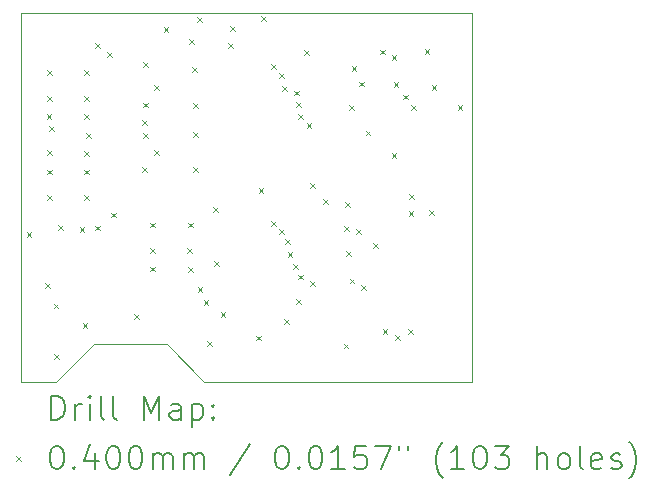
<source format=gbr>
%TF.GenerationSoftware,KiCad,Pcbnew,7.0.8*%
%TF.CreationDate,2024-06-23T14:42:56-04:00*%
%TF.ProjectId,rugby64,72756762-7936-4342-9e6b-696361645f70,rev?*%
%TF.SameCoordinates,Original*%
%TF.FileFunction,Drillmap*%
%TF.FilePolarity,Positive*%
%FSLAX45Y45*%
G04 Gerber Fmt 4.5, Leading zero omitted, Abs format (unit mm)*
G04 Created by KiCad (PCBNEW 7.0.8) date 2024-06-23 14:42:56*
%MOMM*%
%LPD*%
G01*
G04 APERTURE LIST*
%ADD10C,0.100000*%
%ADD11C,0.200000*%
%ADD12C,0.040000*%
G04 APERTURE END LIST*
D10*
X5226745Y-5478780D02*
X5226745Y-2350370D01*
X2029460Y-5158740D02*
X2644140Y-5158740D01*
X1709420Y-5478780D02*
X2029390Y-5158810D01*
X1411665Y-5479650D02*
X1699260Y-5479650D01*
X5226745Y-2350370D02*
X1411665Y-2350370D01*
X1411665Y-2350370D02*
X1411665Y-5479650D01*
X2644140Y-5158740D02*
X2963698Y-5478298D01*
X1709420Y-5478780D02*
X1699260Y-5478780D01*
X2963698Y-5478298D02*
X5226263Y-5478298D01*
D11*
D12*
X1457705Y-4209970D02*
X1497705Y-4249970D01*
X1497705Y-4209970D02*
X1457705Y-4249970D01*
X1612645Y-4644310D02*
X1652645Y-4684310D01*
X1652645Y-4644310D02*
X1612645Y-4684310D01*
X1628910Y-3211910D02*
X1668910Y-3251910D01*
X1668910Y-3211910D02*
X1628910Y-3251910D01*
X1629060Y-2838570D02*
X1669060Y-2878570D01*
X1669060Y-2838570D02*
X1629060Y-2878570D01*
X1629060Y-3056747D02*
X1669060Y-3096747D01*
X1669060Y-3056747D02*
X1629060Y-3096747D01*
X1630160Y-3897108D02*
X1670160Y-3937108D01*
X1670160Y-3897108D02*
X1630160Y-3937108D01*
X1630500Y-3517855D02*
X1670500Y-3557855D01*
X1670500Y-3517855D02*
X1630500Y-3557855D01*
X1630500Y-3679365D02*
X1670500Y-3719365D01*
X1670500Y-3679365D02*
X1630500Y-3719365D01*
X1648975Y-3309825D02*
X1688975Y-3349825D01*
X1688975Y-3309825D02*
X1648975Y-3349825D01*
X1686305Y-4814490D02*
X1726305Y-4854490D01*
X1726305Y-4814490D02*
X1686305Y-4854490D01*
X1688845Y-5241210D02*
X1728845Y-5281210D01*
X1728845Y-5241210D02*
X1688845Y-5281210D01*
X1724405Y-4151549D02*
X1764405Y-4191549D01*
X1764405Y-4151549D02*
X1724405Y-4191549D01*
X1907285Y-4164249D02*
X1947285Y-4204250D01*
X1947285Y-4164249D02*
X1907285Y-4204250D01*
X1932685Y-4977050D02*
X1972685Y-5017050D01*
X1972685Y-4977050D02*
X1932685Y-5017050D01*
X1945120Y-2840878D02*
X1985120Y-2880878D01*
X1985120Y-2840878D02*
X1945120Y-2880878D01*
X1945120Y-3056410D02*
X1985120Y-3096410D01*
X1985120Y-3056410D02*
X1945120Y-3096410D01*
X1945120Y-3213158D02*
X1985120Y-3253158D01*
X1985120Y-3213158D02*
X1945120Y-3253158D01*
X1945460Y-3522101D02*
X1985460Y-3562101D01*
X1985460Y-3522101D02*
X1945460Y-3562101D01*
X1945460Y-3680570D02*
X1985460Y-3720570D01*
X1985460Y-3680570D02*
X1945460Y-3720570D01*
X1945460Y-3898604D02*
X1985460Y-3938604D01*
X1985460Y-3898604D02*
X1945460Y-3938604D01*
X1960425Y-3371970D02*
X2000425Y-3411970D01*
X2000425Y-3371970D02*
X1960425Y-3411970D01*
X2039365Y-2609770D02*
X2079365Y-2649770D01*
X2079365Y-2609770D02*
X2039365Y-2649770D01*
X2039365Y-4154089D02*
X2079365Y-4194089D01*
X2079365Y-4154089D02*
X2039365Y-4194089D01*
X2140965Y-2685970D02*
X2180965Y-2725970D01*
X2180965Y-2685970D02*
X2140965Y-2725970D01*
X2171445Y-4044869D02*
X2211445Y-4084869D01*
X2211445Y-4044869D02*
X2171445Y-4084869D01*
X2370140Y-4905060D02*
X2410140Y-4945060D01*
X2410140Y-4905060D02*
X2370140Y-4945060D01*
X2435605Y-3262549D02*
X2475605Y-3302549D01*
X2475605Y-3262549D02*
X2435605Y-3302549D01*
X2438145Y-3661329D02*
X2478145Y-3701329D01*
X2478145Y-3661329D02*
X2438145Y-3701329D01*
X2443225Y-3112689D02*
X2483225Y-3152689D01*
X2483225Y-3112689D02*
X2443225Y-3152689D01*
X2445765Y-2772330D02*
X2485765Y-2812329D01*
X2485765Y-2772330D02*
X2445765Y-2812329D01*
X2445765Y-3369229D02*
X2485765Y-3409229D01*
X2485765Y-3369229D02*
X2445765Y-3409229D01*
X2504185Y-4502070D02*
X2544185Y-4542070D01*
X2544185Y-4502070D02*
X2504185Y-4542070D01*
X2505700Y-4347130D02*
X2545700Y-4387130D01*
X2545700Y-4347130D02*
X2505700Y-4387130D01*
X2506800Y-4129580D02*
X2546800Y-4169580D01*
X2546800Y-4129580D02*
X2506800Y-4169580D01*
X2539000Y-2963670D02*
X2579000Y-3003670D01*
X2579000Y-2963670D02*
X2539000Y-3003670D01*
X2539000Y-3514850D02*
X2579000Y-3554850D01*
X2579000Y-3514850D02*
X2539000Y-3554850D01*
X2619060Y-2471740D02*
X2659060Y-2511740D01*
X2659060Y-2471740D02*
X2619060Y-2511740D01*
X2819145Y-4347130D02*
X2859145Y-4387130D01*
X2859145Y-4347130D02*
X2819145Y-4387130D01*
X2823200Y-4129228D02*
X2863200Y-4169228D01*
X2863200Y-4129228D02*
X2823200Y-4169228D01*
X2824225Y-4504610D02*
X2864225Y-4544610D01*
X2864225Y-4504610D02*
X2824225Y-4544610D01*
X2834385Y-2576750D02*
X2874385Y-2616750D01*
X2874385Y-2576750D02*
X2834385Y-2616750D01*
X2859785Y-2815509D02*
X2899785Y-2855509D01*
X2899785Y-2815509D02*
X2859785Y-2855509D01*
X2867405Y-3115229D02*
X2907405Y-3155229D01*
X2907405Y-3115229D02*
X2867405Y-3155229D01*
X2867405Y-3364149D02*
X2907405Y-3404149D01*
X2907405Y-3364149D02*
X2867405Y-3404149D01*
X2869945Y-3661329D02*
X2909945Y-3701329D01*
X2909945Y-3661329D02*
X2869945Y-3701329D01*
X2900425Y-2388500D02*
X2940425Y-2428500D01*
X2940425Y-2388500D02*
X2900425Y-2428500D01*
X2905505Y-4672250D02*
X2945505Y-4712250D01*
X2945505Y-4672250D02*
X2905505Y-4712250D01*
X2956170Y-4784850D02*
X2996170Y-4824850D01*
X2996170Y-4784850D02*
X2956170Y-4824850D01*
X2989325Y-5131990D02*
X3029325Y-5171990D01*
X3029325Y-5131990D02*
X2989325Y-5171990D01*
X3040125Y-3999149D02*
X3080125Y-4039149D01*
X3080125Y-3999149D02*
X3040125Y-4039149D01*
X3045205Y-4457000D02*
X3085205Y-4497000D01*
X3085205Y-4457000D02*
X3045205Y-4497000D01*
X3101660Y-4884740D02*
X3141660Y-4924740D01*
X3141660Y-4884740D02*
X3101660Y-4924740D01*
X3162045Y-2612310D02*
X3202045Y-2652310D01*
X3202045Y-2612310D02*
X3162045Y-2652310D01*
X3182230Y-2468370D02*
X3222230Y-2508370D01*
X3222230Y-2468370D02*
X3182230Y-2508370D01*
X3403345Y-5086270D02*
X3443345Y-5126270D01*
X3443345Y-5086270D02*
X3403345Y-5126270D01*
X3422335Y-3836589D02*
X3462335Y-3876589D01*
X3462335Y-3836589D02*
X3422335Y-3876589D01*
X3446525Y-2381170D02*
X3486525Y-2421170D01*
X3486525Y-2381170D02*
X3446525Y-2421170D01*
X3526230Y-4114930D02*
X3566230Y-4154930D01*
X3566230Y-4114930D02*
X3526230Y-4154930D01*
X3526808Y-2790264D02*
X3566808Y-2830264D01*
X3566808Y-2790264D02*
X3526808Y-2830264D01*
X3597143Y-4185366D02*
X3637143Y-4225366D01*
X3637143Y-4185366D02*
X3597143Y-4225366D01*
X3597721Y-2860700D02*
X3637721Y-2900700D01*
X3637721Y-2860700D02*
X3597721Y-2900700D01*
X3623910Y-2975674D02*
X3663910Y-3015674D01*
X3663910Y-2975674D02*
X3623910Y-3015674D01*
X3639565Y-4949110D02*
X3679565Y-4989110D01*
X3679565Y-4949110D02*
X3639565Y-4989110D01*
X3647768Y-4271548D02*
X3687768Y-4311548D01*
X3687768Y-4271548D02*
X3647768Y-4311548D01*
X3668360Y-4379294D02*
X3708360Y-4419294D01*
X3708360Y-4379294D02*
X3668360Y-4419294D01*
X3713360Y-4478820D02*
X3753360Y-4518820D01*
X3753360Y-4478820D02*
X3713360Y-4518820D01*
X3722073Y-3011749D02*
X3762073Y-3051749D01*
X3762073Y-3011749D02*
X3722073Y-3051749D01*
X3738653Y-3110315D02*
X3778653Y-3150315D01*
X3778653Y-3110315D02*
X3738653Y-3150315D01*
X3741190Y-4778610D02*
X3781190Y-4818610D01*
X3781190Y-4778610D02*
X3741190Y-4818610D01*
X3758360Y-4570118D02*
X3798360Y-4610118D01*
X3798360Y-4570118D02*
X3758360Y-4610118D01*
X3758938Y-3211685D02*
X3798938Y-3251685D01*
X3798938Y-3211685D02*
X3758938Y-3251685D01*
X3807205Y-2668190D02*
X3847205Y-2708190D01*
X3847205Y-2668190D02*
X3807205Y-2708190D01*
X3828936Y-3289360D02*
X3868936Y-3329360D01*
X3868936Y-3289360D02*
X3828936Y-3329360D01*
X3858580Y-3797620D02*
X3898580Y-3837620D01*
X3898580Y-3797620D02*
X3858580Y-3837620D01*
X3859838Y-4627363D02*
X3899838Y-4667363D01*
X3899838Y-4627363D02*
X3859838Y-4667363D01*
X3971250Y-3929199D02*
X4011250Y-3969199D01*
X4011250Y-3929199D02*
X3971250Y-3969199D01*
X4143060Y-5153980D02*
X4183060Y-5193980D01*
X4183060Y-5153980D02*
X4143060Y-5193980D01*
X4147778Y-4160645D02*
X4187778Y-4200645D01*
X4187778Y-4160645D02*
X4147778Y-4200645D01*
X4153220Y-3957428D02*
X4193220Y-3997428D01*
X4193220Y-3957428D02*
X4153220Y-3997428D01*
X4165345Y-4372411D02*
X4205345Y-4412411D01*
X4205345Y-4372411D02*
X4165345Y-4412411D01*
X4190190Y-3132140D02*
X4230190Y-3172140D01*
X4230190Y-3132140D02*
X4190190Y-3172140D01*
X4193285Y-4603670D02*
X4233285Y-4643670D01*
X4233285Y-4603670D02*
X4193285Y-4643670D01*
X4209100Y-2807020D02*
X4249100Y-2847020D01*
X4249100Y-2807020D02*
X4209100Y-2847020D01*
X4248035Y-4183909D02*
X4288035Y-4223910D01*
X4288035Y-4183909D02*
X4248035Y-4223910D01*
X4274491Y-2935504D02*
X4314491Y-2975504D01*
X4314491Y-2935504D02*
X4274491Y-2975504D01*
X4291110Y-4655775D02*
X4331110Y-4695775D01*
X4331110Y-4655775D02*
X4291110Y-4695775D01*
X4329690Y-3350580D02*
X4369690Y-3390580D01*
X4369690Y-3350580D02*
X4329690Y-3390580D01*
X4391405Y-4301410D02*
X4431405Y-4341410D01*
X4431405Y-4301410D02*
X4391405Y-4341410D01*
X4452940Y-2664780D02*
X4492940Y-2704780D01*
X4492940Y-2664780D02*
X4452940Y-2704780D01*
X4472685Y-5027850D02*
X4512685Y-5067850D01*
X4512685Y-5027850D02*
X4472685Y-5067850D01*
X4547761Y-2713326D02*
X4587761Y-2753326D01*
X4587761Y-2713326D02*
X4547761Y-2753326D01*
X4549460Y-3538540D02*
X4589460Y-3578540D01*
X4589460Y-3538540D02*
X4549460Y-3578540D01*
X4564700Y-2939100D02*
X4604700Y-2979100D01*
X4604700Y-2939100D02*
X4564700Y-2979100D01*
X4579365Y-5084550D02*
X4619365Y-5124550D01*
X4619365Y-5084550D02*
X4579365Y-5124550D01*
X4646410Y-3045350D02*
X4686410Y-3085350D01*
X4686410Y-3045350D02*
X4646410Y-3085350D01*
X4691125Y-5027850D02*
X4731125Y-5067850D01*
X4731125Y-5027850D02*
X4691125Y-5067850D01*
X4693665Y-4032169D02*
X4733665Y-4072169D01*
X4733665Y-4032169D02*
X4693665Y-4072169D01*
X4696205Y-3884849D02*
X4736205Y-3924849D01*
X4736205Y-3884849D02*
X4696205Y-3924849D01*
X4713985Y-3133009D02*
X4753985Y-3173009D01*
X4753985Y-3133009D02*
X4713985Y-3173009D01*
X4828860Y-2659700D02*
X4868860Y-2699700D01*
X4868860Y-2659700D02*
X4828860Y-2699700D01*
X4867515Y-4026220D02*
X4907515Y-4066220D01*
X4907515Y-4026220D02*
X4867515Y-4066220D01*
X4886570Y-2963670D02*
X4926570Y-3003670D01*
X4926570Y-2963670D02*
X4886570Y-3003670D01*
X5107685Y-3133009D02*
X5147685Y-3173009D01*
X5147685Y-3133009D02*
X5107685Y-3173009D01*
D11*
X1667442Y-5796133D02*
X1667442Y-5596133D01*
X1667442Y-5596133D02*
X1715061Y-5596133D01*
X1715061Y-5596133D02*
X1743632Y-5605657D01*
X1743632Y-5605657D02*
X1762680Y-5624705D01*
X1762680Y-5624705D02*
X1772204Y-5643752D01*
X1772204Y-5643752D02*
X1781727Y-5681847D01*
X1781727Y-5681847D02*
X1781727Y-5710419D01*
X1781727Y-5710419D02*
X1772204Y-5748514D01*
X1772204Y-5748514D02*
X1762680Y-5767562D01*
X1762680Y-5767562D02*
X1743632Y-5786609D01*
X1743632Y-5786609D02*
X1715061Y-5796133D01*
X1715061Y-5796133D02*
X1667442Y-5796133D01*
X1867442Y-5796133D02*
X1867442Y-5662800D01*
X1867442Y-5700895D02*
X1876966Y-5681847D01*
X1876966Y-5681847D02*
X1886489Y-5672324D01*
X1886489Y-5672324D02*
X1905537Y-5662800D01*
X1905537Y-5662800D02*
X1924585Y-5662800D01*
X1991251Y-5796133D02*
X1991251Y-5662800D01*
X1991251Y-5596133D02*
X1981727Y-5605657D01*
X1981727Y-5605657D02*
X1991251Y-5615181D01*
X1991251Y-5615181D02*
X2000775Y-5605657D01*
X2000775Y-5605657D02*
X1991251Y-5596133D01*
X1991251Y-5596133D02*
X1991251Y-5615181D01*
X2115061Y-5796133D02*
X2096013Y-5786609D01*
X2096013Y-5786609D02*
X2086489Y-5767562D01*
X2086489Y-5767562D02*
X2086489Y-5596133D01*
X2219823Y-5796133D02*
X2200775Y-5786609D01*
X2200775Y-5786609D02*
X2191251Y-5767562D01*
X2191251Y-5767562D02*
X2191251Y-5596133D01*
X2448394Y-5796133D02*
X2448394Y-5596133D01*
X2448394Y-5596133D02*
X2515061Y-5738990D01*
X2515061Y-5738990D02*
X2581728Y-5596133D01*
X2581728Y-5596133D02*
X2581728Y-5796133D01*
X2762680Y-5796133D02*
X2762680Y-5691371D01*
X2762680Y-5691371D02*
X2753156Y-5672324D01*
X2753156Y-5672324D02*
X2734109Y-5662800D01*
X2734109Y-5662800D02*
X2696013Y-5662800D01*
X2696013Y-5662800D02*
X2676966Y-5672324D01*
X2762680Y-5786609D02*
X2743632Y-5796133D01*
X2743632Y-5796133D02*
X2696013Y-5796133D01*
X2696013Y-5796133D02*
X2676966Y-5786609D01*
X2676966Y-5786609D02*
X2667442Y-5767562D01*
X2667442Y-5767562D02*
X2667442Y-5748514D01*
X2667442Y-5748514D02*
X2676966Y-5729467D01*
X2676966Y-5729467D02*
X2696013Y-5719943D01*
X2696013Y-5719943D02*
X2743632Y-5719943D01*
X2743632Y-5719943D02*
X2762680Y-5710419D01*
X2857918Y-5662800D02*
X2857918Y-5862800D01*
X2857918Y-5672324D02*
X2876966Y-5662800D01*
X2876966Y-5662800D02*
X2915061Y-5662800D01*
X2915061Y-5662800D02*
X2934108Y-5672324D01*
X2934108Y-5672324D02*
X2943632Y-5681847D01*
X2943632Y-5681847D02*
X2953156Y-5700895D01*
X2953156Y-5700895D02*
X2953156Y-5758038D01*
X2953156Y-5758038D02*
X2943632Y-5777086D01*
X2943632Y-5777086D02*
X2934108Y-5786609D01*
X2934108Y-5786609D02*
X2915061Y-5796133D01*
X2915061Y-5796133D02*
X2876966Y-5796133D01*
X2876966Y-5796133D02*
X2857918Y-5786609D01*
X3038870Y-5777086D02*
X3048394Y-5786609D01*
X3048394Y-5786609D02*
X3038870Y-5796133D01*
X3038870Y-5796133D02*
X3029347Y-5786609D01*
X3029347Y-5786609D02*
X3038870Y-5777086D01*
X3038870Y-5777086D02*
X3038870Y-5796133D01*
X3038870Y-5672324D02*
X3048394Y-5681847D01*
X3048394Y-5681847D02*
X3038870Y-5691371D01*
X3038870Y-5691371D02*
X3029347Y-5681847D01*
X3029347Y-5681847D02*
X3038870Y-5672324D01*
X3038870Y-5672324D02*
X3038870Y-5691371D01*
D12*
X1366665Y-6104649D02*
X1406665Y-6144649D01*
X1406665Y-6104649D02*
X1366665Y-6144649D01*
D11*
X1705537Y-6016133D02*
X1724585Y-6016133D01*
X1724585Y-6016133D02*
X1743632Y-6025657D01*
X1743632Y-6025657D02*
X1753156Y-6035181D01*
X1753156Y-6035181D02*
X1762680Y-6054228D01*
X1762680Y-6054228D02*
X1772204Y-6092324D01*
X1772204Y-6092324D02*
X1772204Y-6139943D01*
X1772204Y-6139943D02*
X1762680Y-6178038D01*
X1762680Y-6178038D02*
X1753156Y-6197086D01*
X1753156Y-6197086D02*
X1743632Y-6206609D01*
X1743632Y-6206609D02*
X1724585Y-6216133D01*
X1724585Y-6216133D02*
X1705537Y-6216133D01*
X1705537Y-6216133D02*
X1686489Y-6206609D01*
X1686489Y-6206609D02*
X1676966Y-6197086D01*
X1676966Y-6197086D02*
X1667442Y-6178038D01*
X1667442Y-6178038D02*
X1657918Y-6139943D01*
X1657918Y-6139943D02*
X1657918Y-6092324D01*
X1657918Y-6092324D02*
X1667442Y-6054228D01*
X1667442Y-6054228D02*
X1676966Y-6035181D01*
X1676966Y-6035181D02*
X1686489Y-6025657D01*
X1686489Y-6025657D02*
X1705537Y-6016133D01*
X1857918Y-6197086D02*
X1867442Y-6206609D01*
X1867442Y-6206609D02*
X1857918Y-6216133D01*
X1857918Y-6216133D02*
X1848394Y-6206609D01*
X1848394Y-6206609D02*
X1857918Y-6197086D01*
X1857918Y-6197086D02*
X1857918Y-6216133D01*
X2038870Y-6082800D02*
X2038870Y-6216133D01*
X1991251Y-6006609D02*
X1943632Y-6149467D01*
X1943632Y-6149467D02*
X2067442Y-6149467D01*
X2181728Y-6016133D02*
X2200775Y-6016133D01*
X2200775Y-6016133D02*
X2219823Y-6025657D01*
X2219823Y-6025657D02*
X2229347Y-6035181D01*
X2229347Y-6035181D02*
X2238870Y-6054228D01*
X2238870Y-6054228D02*
X2248394Y-6092324D01*
X2248394Y-6092324D02*
X2248394Y-6139943D01*
X2248394Y-6139943D02*
X2238870Y-6178038D01*
X2238870Y-6178038D02*
X2229347Y-6197086D01*
X2229347Y-6197086D02*
X2219823Y-6206609D01*
X2219823Y-6206609D02*
X2200775Y-6216133D01*
X2200775Y-6216133D02*
X2181728Y-6216133D01*
X2181728Y-6216133D02*
X2162680Y-6206609D01*
X2162680Y-6206609D02*
X2153156Y-6197086D01*
X2153156Y-6197086D02*
X2143632Y-6178038D01*
X2143632Y-6178038D02*
X2134109Y-6139943D01*
X2134109Y-6139943D02*
X2134109Y-6092324D01*
X2134109Y-6092324D02*
X2143632Y-6054228D01*
X2143632Y-6054228D02*
X2153156Y-6035181D01*
X2153156Y-6035181D02*
X2162680Y-6025657D01*
X2162680Y-6025657D02*
X2181728Y-6016133D01*
X2372204Y-6016133D02*
X2391251Y-6016133D01*
X2391251Y-6016133D02*
X2410299Y-6025657D01*
X2410299Y-6025657D02*
X2419823Y-6035181D01*
X2419823Y-6035181D02*
X2429347Y-6054228D01*
X2429347Y-6054228D02*
X2438870Y-6092324D01*
X2438870Y-6092324D02*
X2438870Y-6139943D01*
X2438870Y-6139943D02*
X2429347Y-6178038D01*
X2429347Y-6178038D02*
X2419823Y-6197086D01*
X2419823Y-6197086D02*
X2410299Y-6206609D01*
X2410299Y-6206609D02*
X2391251Y-6216133D01*
X2391251Y-6216133D02*
X2372204Y-6216133D01*
X2372204Y-6216133D02*
X2353156Y-6206609D01*
X2353156Y-6206609D02*
X2343632Y-6197086D01*
X2343632Y-6197086D02*
X2334109Y-6178038D01*
X2334109Y-6178038D02*
X2324585Y-6139943D01*
X2324585Y-6139943D02*
X2324585Y-6092324D01*
X2324585Y-6092324D02*
X2334109Y-6054228D01*
X2334109Y-6054228D02*
X2343632Y-6035181D01*
X2343632Y-6035181D02*
X2353156Y-6025657D01*
X2353156Y-6025657D02*
X2372204Y-6016133D01*
X2524585Y-6216133D02*
X2524585Y-6082800D01*
X2524585Y-6101847D02*
X2534109Y-6092324D01*
X2534109Y-6092324D02*
X2553156Y-6082800D01*
X2553156Y-6082800D02*
X2581728Y-6082800D01*
X2581728Y-6082800D02*
X2600775Y-6092324D01*
X2600775Y-6092324D02*
X2610299Y-6111371D01*
X2610299Y-6111371D02*
X2610299Y-6216133D01*
X2610299Y-6111371D02*
X2619823Y-6092324D01*
X2619823Y-6092324D02*
X2638870Y-6082800D01*
X2638870Y-6082800D02*
X2667442Y-6082800D01*
X2667442Y-6082800D02*
X2686490Y-6092324D01*
X2686490Y-6092324D02*
X2696013Y-6111371D01*
X2696013Y-6111371D02*
X2696013Y-6216133D01*
X2791251Y-6216133D02*
X2791251Y-6082800D01*
X2791251Y-6101847D02*
X2800775Y-6092324D01*
X2800775Y-6092324D02*
X2819823Y-6082800D01*
X2819823Y-6082800D02*
X2848394Y-6082800D01*
X2848394Y-6082800D02*
X2867442Y-6092324D01*
X2867442Y-6092324D02*
X2876966Y-6111371D01*
X2876966Y-6111371D02*
X2876966Y-6216133D01*
X2876966Y-6111371D02*
X2886489Y-6092324D01*
X2886489Y-6092324D02*
X2905537Y-6082800D01*
X2905537Y-6082800D02*
X2934108Y-6082800D01*
X2934108Y-6082800D02*
X2953156Y-6092324D01*
X2953156Y-6092324D02*
X2962680Y-6111371D01*
X2962680Y-6111371D02*
X2962680Y-6216133D01*
X3353156Y-6006609D02*
X3181728Y-6263752D01*
X3610299Y-6016133D02*
X3629347Y-6016133D01*
X3629347Y-6016133D02*
X3648394Y-6025657D01*
X3648394Y-6025657D02*
X3657918Y-6035181D01*
X3657918Y-6035181D02*
X3667442Y-6054228D01*
X3667442Y-6054228D02*
X3676966Y-6092324D01*
X3676966Y-6092324D02*
X3676966Y-6139943D01*
X3676966Y-6139943D02*
X3667442Y-6178038D01*
X3667442Y-6178038D02*
X3657918Y-6197086D01*
X3657918Y-6197086D02*
X3648394Y-6206609D01*
X3648394Y-6206609D02*
X3629347Y-6216133D01*
X3629347Y-6216133D02*
X3610299Y-6216133D01*
X3610299Y-6216133D02*
X3591251Y-6206609D01*
X3591251Y-6206609D02*
X3581728Y-6197086D01*
X3581728Y-6197086D02*
X3572204Y-6178038D01*
X3572204Y-6178038D02*
X3562680Y-6139943D01*
X3562680Y-6139943D02*
X3562680Y-6092324D01*
X3562680Y-6092324D02*
X3572204Y-6054228D01*
X3572204Y-6054228D02*
X3581728Y-6035181D01*
X3581728Y-6035181D02*
X3591251Y-6025657D01*
X3591251Y-6025657D02*
X3610299Y-6016133D01*
X3762680Y-6197086D02*
X3772204Y-6206609D01*
X3772204Y-6206609D02*
X3762680Y-6216133D01*
X3762680Y-6216133D02*
X3753156Y-6206609D01*
X3753156Y-6206609D02*
X3762680Y-6197086D01*
X3762680Y-6197086D02*
X3762680Y-6216133D01*
X3896013Y-6016133D02*
X3915061Y-6016133D01*
X3915061Y-6016133D02*
X3934109Y-6025657D01*
X3934109Y-6025657D02*
X3943632Y-6035181D01*
X3943632Y-6035181D02*
X3953156Y-6054228D01*
X3953156Y-6054228D02*
X3962680Y-6092324D01*
X3962680Y-6092324D02*
X3962680Y-6139943D01*
X3962680Y-6139943D02*
X3953156Y-6178038D01*
X3953156Y-6178038D02*
X3943632Y-6197086D01*
X3943632Y-6197086D02*
X3934109Y-6206609D01*
X3934109Y-6206609D02*
X3915061Y-6216133D01*
X3915061Y-6216133D02*
X3896013Y-6216133D01*
X3896013Y-6216133D02*
X3876966Y-6206609D01*
X3876966Y-6206609D02*
X3867442Y-6197086D01*
X3867442Y-6197086D02*
X3857918Y-6178038D01*
X3857918Y-6178038D02*
X3848394Y-6139943D01*
X3848394Y-6139943D02*
X3848394Y-6092324D01*
X3848394Y-6092324D02*
X3857918Y-6054228D01*
X3857918Y-6054228D02*
X3867442Y-6035181D01*
X3867442Y-6035181D02*
X3876966Y-6025657D01*
X3876966Y-6025657D02*
X3896013Y-6016133D01*
X4153156Y-6216133D02*
X4038871Y-6216133D01*
X4096013Y-6216133D02*
X4096013Y-6016133D01*
X4096013Y-6016133D02*
X4076966Y-6044705D01*
X4076966Y-6044705D02*
X4057918Y-6063752D01*
X4057918Y-6063752D02*
X4038871Y-6073276D01*
X4334109Y-6016133D02*
X4238871Y-6016133D01*
X4238871Y-6016133D02*
X4229347Y-6111371D01*
X4229347Y-6111371D02*
X4238871Y-6101847D01*
X4238871Y-6101847D02*
X4257918Y-6092324D01*
X4257918Y-6092324D02*
X4305537Y-6092324D01*
X4305537Y-6092324D02*
X4324585Y-6101847D01*
X4324585Y-6101847D02*
X4334109Y-6111371D01*
X4334109Y-6111371D02*
X4343633Y-6130419D01*
X4343633Y-6130419D02*
X4343633Y-6178038D01*
X4343633Y-6178038D02*
X4334109Y-6197086D01*
X4334109Y-6197086D02*
X4324585Y-6206609D01*
X4324585Y-6206609D02*
X4305537Y-6216133D01*
X4305537Y-6216133D02*
X4257918Y-6216133D01*
X4257918Y-6216133D02*
X4238871Y-6206609D01*
X4238871Y-6206609D02*
X4229347Y-6197086D01*
X4410299Y-6016133D02*
X4543633Y-6016133D01*
X4543633Y-6016133D02*
X4457918Y-6216133D01*
X4610299Y-6016133D02*
X4610299Y-6054228D01*
X4686490Y-6016133D02*
X4686490Y-6054228D01*
X4981728Y-6292324D02*
X4972204Y-6282800D01*
X4972204Y-6282800D02*
X4953156Y-6254228D01*
X4953156Y-6254228D02*
X4943633Y-6235181D01*
X4943633Y-6235181D02*
X4934109Y-6206609D01*
X4934109Y-6206609D02*
X4924585Y-6158990D01*
X4924585Y-6158990D02*
X4924585Y-6120895D01*
X4924585Y-6120895D02*
X4934109Y-6073276D01*
X4934109Y-6073276D02*
X4943633Y-6044705D01*
X4943633Y-6044705D02*
X4953156Y-6025657D01*
X4953156Y-6025657D02*
X4972204Y-5997086D01*
X4972204Y-5997086D02*
X4981728Y-5987562D01*
X5162680Y-6216133D02*
X5048395Y-6216133D01*
X5105537Y-6216133D02*
X5105537Y-6016133D01*
X5105537Y-6016133D02*
X5086490Y-6044705D01*
X5086490Y-6044705D02*
X5067442Y-6063752D01*
X5067442Y-6063752D02*
X5048395Y-6073276D01*
X5286490Y-6016133D02*
X5305537Y-6016133D01*
X5305537Y-6016133D02*
X5324585Y-6025657D01*
X5324585Y-6025657D02*
X5334109Y-6035181D01*
X5334109Y-6035181D02*
X5343633Y-6054228D01*
X5343633Y-6054228D02*
X5353156Y-6092324D01*
X5353156Y-6092324D02*
X5353156Y-6139943D01*
X5353156Y-6139943D02*
X5343633Y-6178038D01*
X5343633Y-6178038D02*
X5334109Y-6197086D01*
X5334109Y-6197086D02*
X5324585Y-6206609D01*
X5324585Y-6206609D02*
X5305537Y-6216133D01*
X5305537Y-6216133D02*
X5286490Y-6216133D01*
X5286490Y-6216133D02*
X5267442Y-6206609D01*
X5267442Y-6206609D02*
X5257918Y-6197086D01*
X5257918Y-6197086D02*
X5248395Y-6178038D01*
X5248395Y-6178038D02*
X5238871Y-6139943D01*
X5238871Y-6139943D02*
X5238871Y-6092324D01*
X5238871Y-6092324D02*
X5248395Y-6054228D01*
X5248395Y-6054228D02*
X5257918Y-6035181D01*
X5257918Y-6035181D02*
X5267442Y-6025657D01*
X5267442Y-6025657D02*
X5286490Y-6016133D01*
X5419823Y-6016133D02*
X5543633Y-6016133D01*
X5543633Y-6016133D02*
X5476966Y-6092324D01*
X5476966Y-6092324D02*
X5505537Y-6092324D01*
X5505537Y-6092324D02*
X5524585Y-6101847D01*
X5524585Y-6101847D02*
X5534109Y-6111371D01*
X5534109Y-6111371D02*
X5543633Y-6130419D01*
X5543633Y-6130419D02*
X5543633Y-6178038D01*
X5543633Y-6178038D02*
X5534109Y-6197086D01*
X5534109Y-6197086D02*
X5524585Y-6206609D01*
X5524585Y-6206609D02*
X5505537Y-6216133D01*
X5505537Y-6216133D02*
X5448395Y-6216133D01*
X5448395Y-6216133D02*
X5429347Y-6206609D01*
X5429347Y-6206609D02*
X5419823Y-6197086D01*
X5781728Y-6216133D02*
X5781728Y-6016133D01*
X5867442Y-6216133D02*
X5867442Y-6111371D01*
X5867442Y-6111371D02*
X5857918Y-6092324D01*
X5857918Y-6092324D02*
X5838871Y-6082800D01*
X5838871Y-6082800D02*
X5810299Y-6082800D01*
X5810299Y-6082800D02*
X5791252Y-6092324D01*
X5791252Y-6092324D02*
X5781728Y-6101847D01*
X5991252Y-6216133D02*
X5972204Y-6206609D01*
X5972204Y-6206609D02*
X5962680Y-6197086D01*
X5962680Y-6197086D02*
X5953156Y-6178038D01*
X5953156Y-6178038D02*
X5953156Y-6120895D01*
X5953156Y-6120895D02*
X5962680Y-6101847D01*
X5962680Y-6101847D02*
X5972204Y-6092324D01*
X5972204Y-6092324D02*
X5991252Y-6082800D01*
X5991252Y-6082800D02*
X6019823Y-6082800D01*
X6019823Y-6082800D02*
X6038871Y-6092324D01*
X6038871Y-6092324D02*
X6048395Y-6101847D01*
X6048395Y-6101847D02*
X6057918Y-6120895D01*
X6057918Y-6120895D02*
X6057918Y-6178038D01*
X6057918Y-6178038D02*
X6048395Y-6197086D01*
X6048395Y-6197086D02*
X6038871Y-6206609D01*
X6038871Y-6206609D02*
X6019823Y-6216133D01*
X6019823Y-6216133D02*
X5991252Y-6216133D01*
X6172204Y-6216133D02*
X6153156Y-6206609D01*
X6153156Y-6206609D02*
X6143633Y-6187562D01*
X6143633Y-6187562D02*
X6143633Y-6016133D01*
X6324585Y-6206609D02*
X6305537Y-6216133D01*
X6305537Y-6216133D02*
X6267442Y-6216133D01*
X6267442Y-6216133D02*
X6248395Y-6206609D01*
X6248395Y-6206609D02*
X6238871Y-6187562D01*
X6238871Y-6187562D02*
X6238871Y-6111371D01*
X6238871Y-6111371D02*
X6248395Y-6092324D01*
X6248395Y-6092324D02*
X6267442Y-6082800D01*
X6267442Y-6082800D02*
X6305537Y-6082800D01*
X6305537Y-6082800D02*
X6324585Y-6092324D01*
X6324585Y-6092324D02*
X6334109Y-6111371D01*
X6334109Y-6111371D02*
X6334109Y-6130419D01*
X6334109Y-6130419D02*
X6238871Y-6149467D01*
X6410299Y-6206609D02*
X6429347Y-6216133D01*
X6429347Y-6216133D02*
X6467442Y-6216133D01*
X6467442Y-6216133D02*
X6486490Y-6206609D01*
X6486490Y-6206609D02*
X6496014Y-6187562D01*
X6496014Y-6187562D02*
X6496014Y-6178038D01*
X6496014Y-6178038D02*
X6486490Y-6158990D01*
X6486490Y-6158990D02*
X6467442Y-6149467D01*
X6467442Y-6149467D02*
X6438871Y-6149467D01*
X6438871Y-6149467D02*
X6419823Y-6139943D01*
X6419823Y-6139943D02*
X6410299Y-6120895D01*
X6410299Y-6120895D02*
X6410299Y-6111371D01*
X6410299Y-6111371D02*
X6419823Y-6092324D01*
X6419823Y-6092324D02*
X6438871Y-6082800D01*
X6438871Y-6082800D02*
X6467442Y-6082800D01*
X6467442Y-6082800D02*
X6486490Y-6092324D01*
X6562680Y-6292324D02*
X6572204Y-6282800D01*
X6572204Y-6282800D02*
X6591252Y-6254228D01*
X6591252Y-6254228D02*
X6600776Y-6235181D01*
X6600776Y-6235181D02*
X6610299Y-6206609D01*
X6610299Y-6206609D02*
X6619823Y-6158990D01*
X6619823Y-6158990D02*
X6619823Y-6120895D01*
X6619823Y-6120895D02*
X6610299Y-6073276D01*
X6610299Y-6073276D02*
X6600776Y-6044705D01*
X6600776Y-6044705D02*
X6591252Y-6025657D01*
X6591252Y-6025657D02*
X6572204Y-5997086D01*
X6572204Y-5997086D02*
X6562680Y-5987562D01*
M02*

</source>
